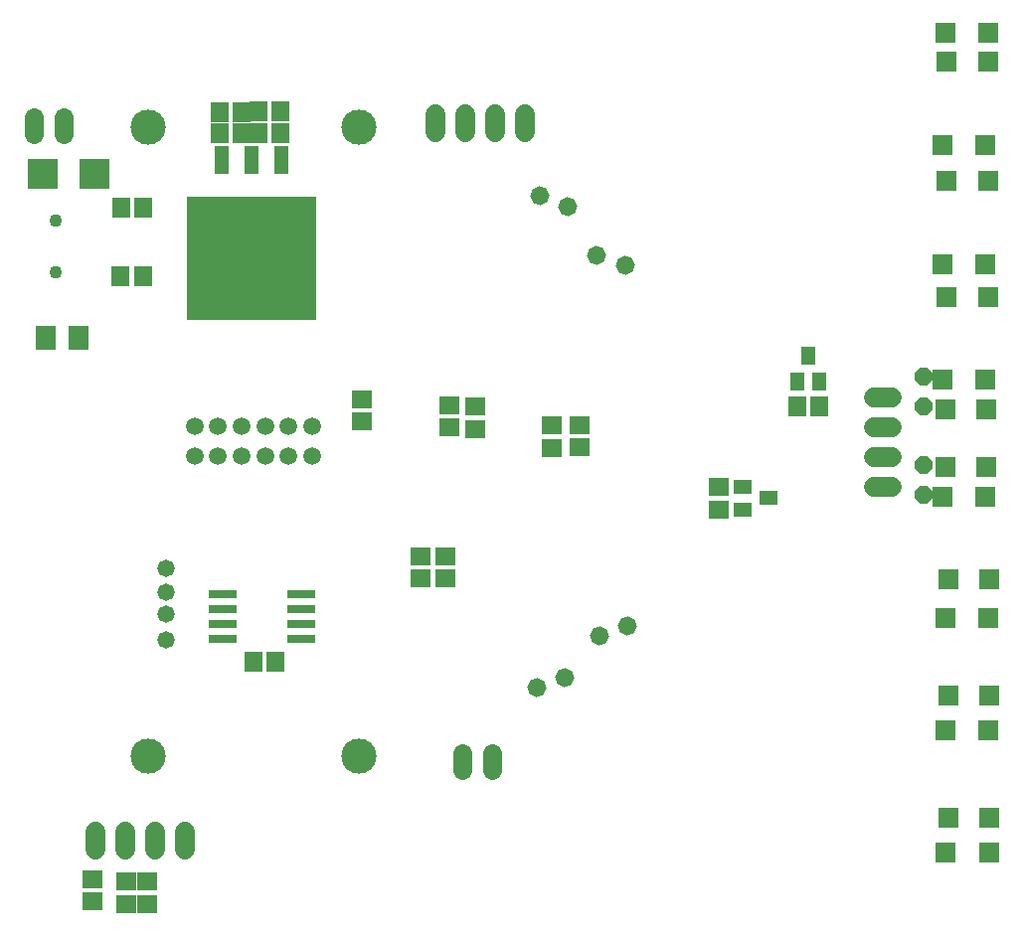
<source format=gbr>
G04 EAGLE Gerber RS-274X export*
G75*
%MOMM*%
%FSLAX34Y34*%
%LPD*%
%INSoldermask Bottom*%
%IPPOS*%
%AMOC8*
5,1,8,0,0,1.08239X$1,22.5*%
G01*
%ADD10R,1.803200X2.003200*%
%ADD11R,1.703200X1.503200*%
%ADD12R,11.003200X10.613200*%
%ADD13R,1.270000X2.362200*%
%ADD14C,1.625600*%
%ADD15C,1.103200*%
%ADD16R,1.503200X1.703200*%
%ADD17R,2.603200X2.603200*%
%ADD18R,1.723200X1.803200*%
%ADD19R,1.703200X1.703200*%
%ADD20C,1.511200*%
%ADD21C,3.003200*%
%ADD22C,1.727200*%
%ADD23R,1.203200X1.603200*%
%ADD24R,1.503200X1.803200*%
%ADD25P,1.649562X8X112.500000*%
%ADD26R,1.603200X1.203200*%
%ADD27R,1.803200X1.503200*%
%ADD28R,2.403200X0.803200*%
%ADD29C,1.473200*%
%ADD30P,1.649562X8X42.500000*%
%ADD31P,1.649562X8X362.500000*%
%ADD32P,1.649562X8X182.500000*%
%ADD33P,1.649562X8X222.500000*%


D10*
X47288Y515224D03*
X75288Y515224D03*
D11*
X502204Y441404D03*
X502204Y422404D03*
D12*
X223068Y583472D03*
D13*
X223068Y666784D03*
X197668Y666784D03*
X248468Y666784D03*
D14*
X62936Y689324D02*
X62936Y703548D01*
X37536Y703548D02*
X37536Y689324D01*
D15*
X56144Y615056D03*
X56144Y571056D03*
D14*
X427348Y161864D02*
X427348Y147640D01*
X401948Y147640D02*
X401948Y161864D01*
D16*
X195788Y707932D03*
X214788Y707932D03*
X247808Y689644D03*
X228808Y689644D03*
X195788Y690152D03*
X214788Y690152D03*
X247808Y708440D03*
X228808Y708440D03*
D11*
X391748Y439000D03*
X391748Y458000D03*
D16*
X130332Y568000D03*
X111332Y568000D03*
X111652Y626768D03*
X130652Y626768D03*
D17*
X45408Y655328D03*
X89408Y655328D03*
D18*
X814228Y77312D03*
X850728Y77312D03*
D19*
X851212Y106528D03*
X816212Y106528D03*
D18*
X813428Y181136D03*
X849928Y181136D03*
D19*
X850972Y210528D03*
X815972Y210528D03*
D18*
X813428Y276640D03*
X849928Y276640D03*
D19*
X850972Y310096D03*
X815972Y310096D03*
D18*
X811396Y380272D03*
X847896Y380272D03*
D19*
X848940Y405600D03*
X813940Y405600D03*
D18*
X811396Y479840D03*
X847896Y479840D03*
D19*
X848940Y454368D03*
X813940Y454368D03*
D18*
X811396Y578384D03*
X847896Y578384D03*
D19*
X849964Y549872D03*
X814964Y549872D03*
D18*
X811396Y679984D03*
X847896Y679984D03*
D19*
X849964Y649440D03*
X814964Y649440D03*
D18*
X813428Y775488D03*
X849928Y775488D03*
D19*
X849964Y751040D03*
X814964Y751040D03*
D20*
X174480Y440408D03*
X194480Y440408D03*
X214480Y440408D03*
X234480Y440408D03*
X254480Y440408D03*
X274480Y440408D03*
D21*
X134480Y695408D03*
X314480Y695408D03*
D20*
X274480Y414440D03*
X254480Y414440D03*
X234480Y414440D03*
X214480Y414440D03*
X194480Y414440D03*
X174480Y414440D03*
D21*
X314480Y159440D03*
X134480Y159440D03*
D22*
X379852Y690428D02*
X379852Y705668D01*
X405252Y705668D02*
X405252Y690428D01*
X430652Y690428D02*
X430652Y705668D01*
X456052Y705668D02*
X456052Y690428D01*
D23*
X697176Y500176D03*
X687676Y478176D03*
X706676Y478176D03*
D24*
X687676Y457520D03*
X706676Y457520D03*
D25*
X795152Y456692D03*
X795152Y482092D03*
X794888Y381508D03*
X794888Y406908D03*
D11*
X387752Y310228D03*
X387752Y329228D03*
D26*
X663272Y378968D03*
X641272Y388468D03*
X641272Y369468D03*
D27*
X620776Y388468D03*
X620776Y369468D03*
D28*
X198348Y272034D03*
X264948Y272034D03*
X198348Y259334D03*
X198348Y284734D03*
X198348Y297434D03*
X264948Y259334D03*
X264948Y284734D03*
X264948Y297434D03*
D16*
X224180Y239776D03*
X243180Y239776D03*
D29*
X150368Y258064D03*
X150368Y280416D03*
X150368Y298704D03*
X150368Y319024D03*
D30*
X466066Y217256D03*
X489934Y225944D03*
D31*
X468098Y636344D03*
X491966Y627656D03*
D32*
X540894Y577496D03*
X517026Y586184D03*
D33*
X542926Y270008D03*
X519058Y261320D03*
D22*
X752988Y464820D02*
X768228Y464820D01*
X768228Y439420D02*
X752988Y439420D01*
X752988Y414020D02*
X768228Y414020D01*
X768228Y388620D02*
X752988Y388620D01*
X89916Y94996D02*
X89916Y79756D01*
X115316Y79756D02*
X115316Y94996D01*
X140716Y94996D02*
X140716Y79756D01*
X166116Y79756D02*
X166116Y94996D01*
D27*
X87376Y35204D03*
X87376Y54204D03*
D11*
X134112Y33172D03*
X134112Y52172D03*
X115824Y33172D03*
X115824Y52172D03*
X316992Y463436D03*
X316992Y444436D03*
X478888Y440852D03*
X478888Y421852D03*
X366952Y310308D03*
X366952Y329308D03*
X413048Y437828D03*
X413048Y456828D03*
M02*

</source>
